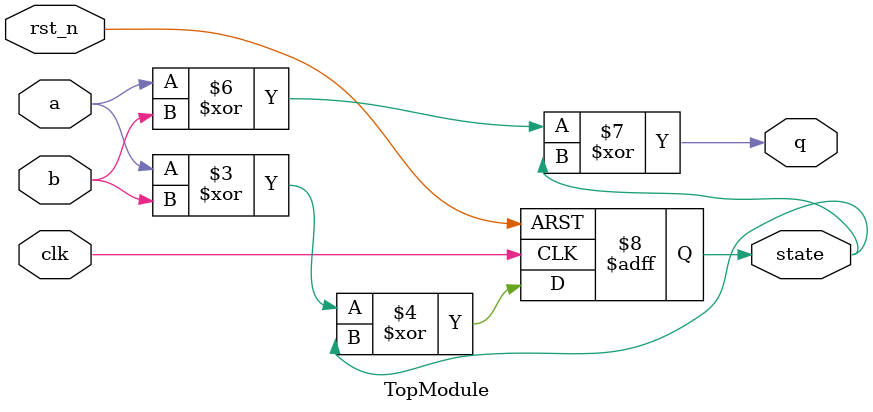
<source format=sv>
module TopModule (
    input logic clk,
    input logic rst_n,
    input logic a,
    input logic b,
    output logic q,
    output logic state
);

// Sequential logic for flip-flop
always_ff @(posedge clk or negedge rst_n) begin
    if (!rst_n) begin
        state <= 1'b0; // Reset flip-flop state
    end else begin
        // Define state update logic based on inputs and/or current state
        state <= a ^ b ^ state; // Example logic derived from waveform
    end
end

// Combinational logic for output q
always_comb begin
    q = a ^ b ^ state; // Example combinational logic
end

endmodule
</source>
